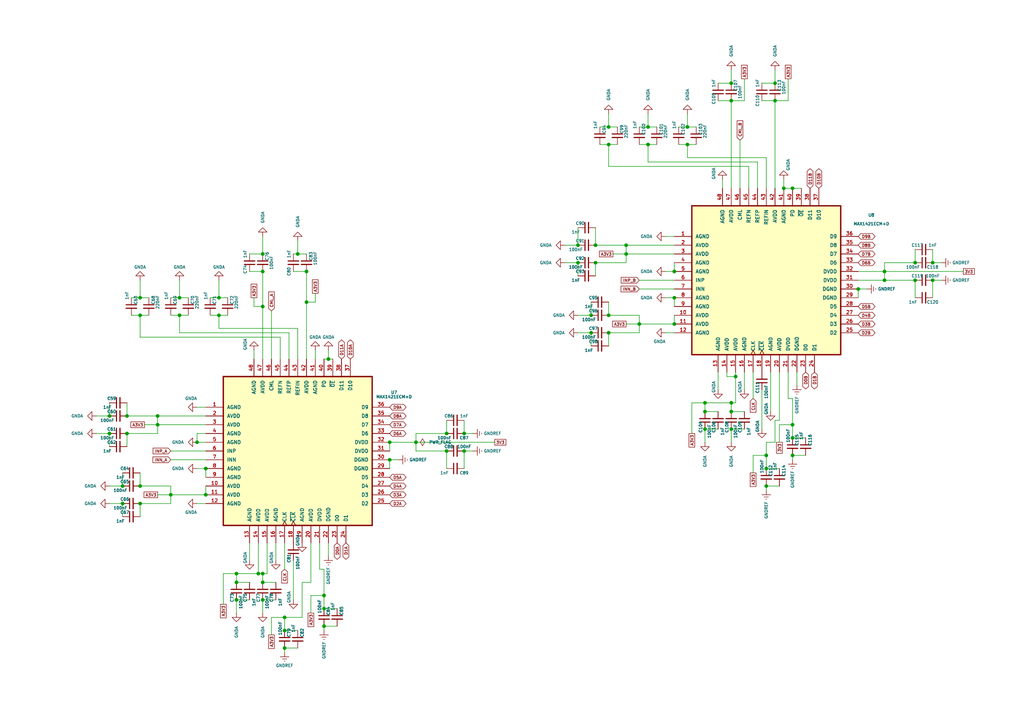
<source format=kicad_sch>
(kicad_sch (version 20231120) (generator "eeschema") (generator_version "8.0")
  (paper "A4")
  (lib_symbols
    (symbol "Analog_ADC:MAX1421ECM+D" (pin_names (offset 1.016))
      (property "Reference" "U" (at -10.16 -1.27 0))
      (property "Value" "MAX1421ECM+D" (at -16.51 -7.62 0))
      (symbol "MAX1421ECM+D_0_0"
        (pin power_in line (at -35.56 8.89 0) (length 5.08) (name "AGND") (number "1"))
        (pin power_in line (at -35.56 -13.97 0) (length 5.08) (name "AVDD") (number "10"))
        (pin power_in line (at -35.56 -16.51 0) (length 5.08) (name "AVDD") (number "11"))
        (pin power_in line (at -35.56 -19.05 0) (length 5.08) (name "AGND") (number "12"))
        (pin power_in line (at -22.86 -30.48 90) (length 5.08) (name "AGND") (number "13"))
        (pin power_in line (at -20.32 -30.48 90) (length 5.08) (name "AVDD") (number "14"))
        (pin power_in line (at -17.78 -30.48 90) (length 5.08) (name "AVDD") (number "15"))
        (pin power_in line (at -15.24 -30.48 90) (length 5.08) (name "AGND") (number "16"))
        (pin input clock (at -12.7 -30.48 90) (length 5.08) (name "CLK") (number "17"))
        (pin input clock (at -10.16 -30.48 90) (length 5.08) (name "~{CLK}") (number "18"))
        (pin power_in line (at -7.62 -30.48 90) (length 5.08) (name "AGND") (number "19"))
        (pin power_in line (at -35.56 6.35 0) (length 5.08) (name "AVDD") (number "2"))
        (pin power_in line (at -5.08 -30.48 90) (length 5.08) (name "AVDD") (number "20"))
        (pin power_in line (at -2.54 -30.48 90) (length 5.08) (name "DVDD") (number "21"))
        (pin power_in line (at 0 -30.48 90) (length 5.08) (name "DGND") (number "22"))
        (pin output line (at 2.54 -30.48 90) (length 5.08) (name "D0") (number "23"))
        (pin output line (at 5.08 -30.48 90) (length 5.08) (name "D1") (number "24"))
        (pin output line (at 17.78 -19.05 180) (length 5.08) (name "D2") (number "25"))
        (pin output line (at 17.78 -16.51 180) (length 5.08) (name "D3") (number "26"))
        (pin output line (at 17.78 -13.97 180) (length 5.08) (name "D4") (number "27"))
        (pin output line (at 17.78 -11.43 180) (length 5.08) (name "D5") (number "28"))
        (pin power_in line (at 17.78 -8.89 180) (length 5.08) (name "DGND") (number "29"))
        (pin power_in line (at -35.56 3.81 0) (length 5.08) (name "AVDD") (number "3"))
        (pin power_in line (at 17.78 -6.35 180) (length 5.08) (name "DGND") (number "30"))
        (pin power_in line (at 17.78 -3.81 180) (length 5.08) (name "DVDD") (number "31"))
        (pin power_in line (at 17.78 -1.27 180) (length 5.08) (name "DVDD") (number "32"))
        (pin output line (at 17.78 1.27 180) (length 5.08) (name "D6") (number "33"))
        (pin output line (at 17.78 3.81 180) (length 5.08) (name "D7") (number "34"))
        (pin output line (at 17.78 6.35 180) (length 5.08) (name "D8") (number "35"))
        (pin output line (at 17.78 8.89 180) (length 5.08) (name "D9") (number "36"))
        (pin output line (at 6.35 22.86 270) (length 5.08) (name "D10") (number "37"))
        (pin output line (at 3.81 22.86 270) (length 5.08) (name "D11") (number "38"))
        (pin input line (at 1.27 22.86 270) (length 5.08) (name "~{OE}") (number "39"))
        (pin power_in line (at -35.56 1.27 0) (length 5.08) (name "AGND") (number "4"))
        (pin input line (at -1.27 22.86 270) (length 5.08) (name "PD") (number "40"))
        (pin power_in line (at -3.81 22.86 270) (length 5.08) (name "AGND") (number "41"))
        (pin power_in line (at -6.35 22.86 270) (length 5.08) (name "AVDD") (number "42"))
        (pin input line (at -8.89 22.86 270) (length 5.08) (name "REFIN") (number "43"))
        (pin input line (at -11.43 22.86 270) (length 5.08) (name "REFP") (number "44"))
        (pin input line (at -13.97 22.86 270) (length 5.08) (name "REFN") (number "45"))
        (pin input line (at -16.51 22.86 270) (length 5.08) (name "CML") (number "46"))
        (pin power_in line (at -19.05 22.86 270) (length 5.08) (name "AVDD") (number "47"))
        (pin power_in line (at -21.59 22.86 270) (length 5.08) (name "AGND") (number "48"))
        (pin power_in line (at -35.56 -1.27 0) (length 5.08) (name "AGND") (number "5"))
        (pin input line (at -35.56 -3.81 0) (length 5.08) (name "INP") (number "6"))
        (pin input line (at -35.56 -6.35 0) (length 5.08) (name "INN") (number "7"))
        (pin power_in line (at -35.56 -8.89 0) (length 5.08) (name "AGND") (number "8"))
        (pin power_in line (at -35.56 -11.43 0) (length 5.08) (name "AGND") (number "9"))
      )
    )
    (symbol "Device:C_Small" (pin_numbers hide) (pin_names (offset 0.254) hide)
      (property "Reference" "C" (at 0.254 1.778 0))
      (property "Value" "C_Small" (at 0.254 -2.032 0))
      (symbol "C_Small_1_1"
        (pin passive line (at 0 2.54 270) (length 2.032) (name "~") (number "1"))
        (pin passive line (at 0 -2.54 90) (length 2.032) (name "~") (number "2"))
      )
    )
    (symbol "power:GNDA" (power) (pin_names (offset 0))
      (property "Value" "GNDA" (at 0 -3.81 0))
      (symbol "GNDA_1_1"
        (pin power_in line (at 0 0 270) (length 0) hide (name "GNDA") (number "1"))
      )
    )
    (symbol "power:GNDREF" (power) (pin_names (offset 0))
      (property "Value" "GNDREF" (at 0 -3.81 0))
      (symbol "GNDREF_1_1"
        (pin power_in line (at 0 0 270) (length 0) hide (name "GNDREF") (number "1"))
      )
    )
    (symbol "power:PWR_FLAG" (power) (pin_numbers hide) (pin_names (offset 0) hide)
      (property "Value" "PWR_FLAG" (at 0 3.81 0))
      (symbol "PWR_FLAG_0_0"
        (pin power_out line (at 0 0 90) (length 0) (name "pwr") (number "1"))
      )
    )
  )
  (junction (at 68.58 168.91))
  (junction (at 129.54 130.81))
  (junction (at 224.79 24.13))
  (junction (at 120.65 128.27))
  (junction (at 63.5 86.36))
  (junction (at 52.07 86.36))
  (junction (at 88.9 87.63))
  (junction (at 52.07 91.44))
  (junction (at 171.45 91.44))
  (junction (at 76.2 78.74))
  (junction (at 129.54 125.73))
  (junction (at 31.75 125.73))
  (junction (at 195.58 93.98))
  (junction (at 227.33 54.61))
  (junction (at 93.98 181.61))
  (junction (at 270.51 76.2))
  (junction (at 86.36 73.66))
  (junction (at 176.53 41.91))
  (junction (at 212.09 119.38))
  (junction (at 176.53 91.44))
  (junction (at 229.87 54.61))
  (junction (at 36.83 120.65))
  (junction (at 176.53 96.52))
  (junction (at 204.47 119.38))
  (junction (at 224.79 29.21))
  (junction (at 229.87 123.19))
  (junction (at 213.36 109.22))
  (junction (at 222.25 132.08))
  (junction (at 187.96 36.83))
  (junction (at 95.25 104.14))
  (junction (at 57.15 128.27))
  (junction (at 49.53 143.51))
  (junction (at 256.54 78.74))
  (junction (at 167.64 76.2))
  (junction (at 45.72 123.19))
  (junction (at 195.58 78.74))
  (junction (at 76.2 73.66))
  (junction (at 171.45 96.52))
  (junction (at 212.09 116.84))
  (junction (at 76.2 173.99))
  (junction (at 35.56 140.97))
  (junction (at 212.09 124.46))
  (junction (at 265.43 76.2))
  (junction (at 82.55 179.07))
  (junction (at 229.87 132.08))
  (junction (at 68.58 166.37))
  (junction (at 63.5 91.44))
  (junction (at 199.39 36.83))
  (junction (at 68.58 173.99))
  (junction (at 88.9 78.74))
  (junction (at 76.2 88.9))
  (junction (at 248.92 83.82))
  (junction (at 76.2 166.37))
  (junction (at 181.61 71.12))
  (junction (at 40.64 146.05))
  (junction (at 185.42 93.98))
  (junction (at 204.47 116.84))
  (junction (at 204.47 124.46))
  (junction (at 40.64 140.97))
  (junction (at 93.98 172.72))
  (junction (at 265.43 81.28))
  (junction (at 134.62 130.81))
  (junction (at 167.64 71.12))
  (junction (at 212.09 29.21))
  (junction (at 270.51 81.28))
  (junction (at 113.03 133.35))
  (junction (at 93.98 176.53))
  (junction (at 134.62 125.73))
  (junction (at 82.55 182.88))
  (junction (at 181.61 73.66))
  (junction (at 74.93 166.37))
  (junction (at 59.69 135.89))
  (junction (at 172.72 76.2))
  (junction (at 187.96 41.91))
  (junction (at 82.55 187.96))
  (junction (at 176.53 36.83))
  (junction (at 40.64 91.44))
  (junction (at 229.87 127))
  (junction (at 31.75 120.65))
  (junction (at 212.09 24.13))
  (junction (at 59.69 143.51))
  (junction (at 40.64 86.36))
  (junction (at 222.25 135.89))
  (junction (at 222.25 140.97))
  (junction (at 35.56 146.05))
  (junction (at 76.2 168.91))
  (junction (at 199.39 41.91))
  (junction (at 172.72 71.12))
  (junction (at 113.03 128.27))
  (junction (at 36.83 125.73))
  (junction (at 195.58 86.36))
  (junction (at 256.54 81.28))
  (junction (at 45.72 120.65))
  (wire (pts (xy 59.69 140.97) (xy 59.69 143.51)))
  (wire (pts (xy 248.92 81.28) (xy 256.54 81.28)))
  (wire (pts (xy 215.9 107.95) (xy 215.9 113.03)))
  (wire (pts (xy 181.61 93.98) (xy 185.42 93.98)))
  (wire (pts (xy 45.72 123.19) (xy 59.69 123.19)))
  (wire (pts (xy 134.62 121.92) (xy 134.62 125.73)))
  (wire (pts (xy 226.06 128.27) (xy 226.06 123.19)))
  (wire (pts (xy 176.53 48.26) (xy 217.17 48.26)))
  (wire (pts (xy 92.71 165.1) (xy 92.71 157.48)))
  (wire (pts (xy 187.96 46.99) (xy 187.96 41.91)))
  (wire (pts (xy 52.07 91.44) (xy 54.61 91.44)))
  (wire (pts (xy 68.58 173.99) (xy 72.39 173.99)))
  (wire (pts (xy 73.66 101.6) (xy 73.66 104.14)))
  (wire (pts (xy 220.98 24.13) (xy 224.79 24.13)))
  (wire (pts (xy 36.83 116.84) (xy 36.83 120.65)))
  (wire (pts (xy 172.72 76.2) (xy 181.61 76.2)))
  (wire (pts (xy 231.14 111.76) (xy 231.14 107.95)))
  (wire (pts (xy 213.36 109.22) (xy 213.36 116.84)))
  (wire (pts (xy 208.28 113.03) (xy 208.28 107.95)))
  (wire (pts (xy 223.52 107.95) (xy 223.52 119.38)))
  (wire (pts (xy 229.87 132.08) (xy 233.68 132.08)))
  (wire (pts (xy 80.01 157.48) (xy 80.01 162.56)))
  (wire (pts (xy 212.09 29.21) (xy 212.09 54.61)))
  (wire (pts (xy 222.25 135.89) (xy 226.06 135.89)))
  (wire (pts (xy 40.64 146.05) (xy 49.53 146.05)))
  (wire (pts (xy 176.53 91.44) (xy 185.42 91.44)))
  (wire (pts (xy 215.9 29.21) (xy 215.9 22.86)))
  (wire (pts (xy 204.47 124.46) (xy 204.47 128.27)))
  (wire (pts (xy 72.39 162.56) (xy 72.39 157.48)))
  (wire (pts (xy 76.2 78.74) (xy 76.2 88.9)))
  (wire (pts (xy 57.15 118.11) (xy 59.69 118.11)))
  (wire (pts (xy 31.75 140.97) (xy 35.56 140.97)))
  (wire (pts (xy 35.56 137.16) (xy 35.56 140.97)))
  (wire (pts (xy 163.83 71.12) (xy 167.64 71.12)))
  (wire (pts (xy 113.03 133.35) (xy 113.03 135.89)))
  (wire (pts (xy 76.2 168.91) (xy 76.2 166.37)))
  (wire (pts (xy 218.44 137.16) (xy 218.44 132.08)))
  (wire (pts (xy 82.55 189.23) (xy 82.55 187.96)))
  (wire (pts (xy 52.07 81.28) (xy 52.07 86.36)))
  (wire (pts (xy 76.2 177.8) (xy 76.2 173.99)))
  (wire (pts (xy 36.83 125.73) (xy 45.72 125.73)))
  (wire (pts (xy 185.42 93.98) (xy 195.58 93.98)))
  (wire (pts (xy 226.06 123.19) (xy 229.87 123.19)))
  (wire (pts (xy 172.72 66.04) (xy 172.72 71.12)))
  (wire (pts (xy 256.54 78.74) (xy 248.92 78.74)))
  (wire (pts (xy 273.05 76.2) (xy 270.51 76.2)))
  (wire (pts (xy 129.54 130.81) (xy 129.54 135.89)))
  (wire (pts (xy 199.39 45.72) (xy 222.25 45.72)))
  (wire (pts (xy 167.64 91.44) (xy 171.45 91.44)))
  (wire (pts (xy 85.09 173.99) (xy 85.09 162.56)))
  (wire (pts (xy 187.96 46.99) (xy 219.71 46.99)))
  (wire (pts (xy 195.58 86.36) (xy 195.58 88.9)))
  (wire (pts (xy 72.39 73.66) (xy 76.2 73.66)))
  (wire (pts (xy 167.64 76.2) (xy 167.64 80.01)))
  (wire (pts (xy 251.46 83.82) (xy 248.92 83.82)))
  (wire (pts (xy 176.53 87.63) (xy 176.53 91.44)))
  (wire (pts (xy 181.61 73.66) (xy 195.58 73.66)))
  (wire (pts (xy 93.98 165.1) (xy 92.71 165.1)))
  (wire (pts (xy 210.82 109.22) (xy 213.36 109.22)))
  (wire (pts (xy 228.6 29.21) (xy 228.6 22.86)))
  (wire (pts (xy 40.64 91.44) (xy 40.64 97.79)))
  (wire (pts (xy 181.61 73.66) (xy 181.61 76.2)))
  (wire (pts (xy 76.2 68.58) (xy 76.2 73.66)))
  (wire (pts (xy 52.07 96.52) (xy 83.82 96.52)))
  (wire (pts (xy 41.91 123.19) (xy 45.72 123.19)))
  (wire (pts (xy 57.15 125.73) (xy 57.15 128.27)))
  (wire (pts (xy 176.53 41.91) (xy 179.07 41.91)))
  (wire (pts (xy 40.64 86.36) (xy 43.18 86.36)))
  (wire (pts (xy 93.98 104.14) (xy 95.25 104.14)))
  (wire (pts (xy 91.44 101.6) (xy 91.44 104.14)))
  (wire (pts (xy 57.15 125.73) (xy 59.69 125.73)))
  (wire (pts (xy 176.53 33.02) (xy 176.53 36.83)))
  (wire (pts (xy 212.09 128.27) (xy 212.09 124.46)))
  (wire (pts (xy 49.53 91.44) (xy 52.07 91.44)))
  (wire (pts (xy 74.93 157.48) (xy 74.93 166.37)))
  (wire (pts (xy 90.17 177.8) (xy 90.17 172.72)))
  (wire (pts (xy 227.33 52.07) (xy 227.33 54.61)))
  (wire (pts (xy 120.65 130.81) (xy 129.54 130.81)))
  (wire (pts (xy 219.71 46.99) (xy 219.71 54.61)))
  (wire (pts (xy 196.85 41.91) (xy 199.39 41.91)))
  (wire (pts (xy 217.17 48.26) (xy 217.17 54.61)))
  (wire (pts (xy 82.55 187.96) (xy 86.36 187.96)))
  (wire (pts (xy 120.65 128.27) (xy 113.03 128.27)))
  (wire (pts (xy 31.75 116.84) (xy 31.75 120.65)))
  (wire (pts (xy 195.58 91.44) (xy 195.58 93.98)))
  (wire (pts (xy 76.2 88.9) (xy 76.2 104.14)))
  (wire (pts (xy 91.44 87.63) (xy 88.9 87.63)))
  (wire (pts (xy 208.28 29.21) (xy 212.09 29.21)))
  (wire (pts (xy 273.05 81.28) (xy 270.51 81.28)))
  (wire (pts (xy 204.47 116.84) (xy 212.09 116.84)))
  (wire (pts (xy 93.98 176.53) (xy 97.79 176.53)))
  (wire (pts (xy 120.65 128.27) (xy 143.51 128.27)))
  (wire (pts (xy 218.44 107.95) (xy 218.44 115.57)))
  (wire (pts (xy 57.15 135.89) (xy 59.69 135.89)))
  (wire (pts (xy 52.07 86.36) (xy 54.61 86.36)))
  (wire (pts (xy 91.44 85.09) (xy 91.44 87.63)))
  (wire (pts (xy 120.65 128.27) (xy 120.65 130.81)))
  (wire (pts (xy 73.66 88.9) (xy 76.2 88.9)))
  (wire (pts (xy 77.47 166.37) (xy 77.47 157.48)))
  (wire (pts (xy 49.53 86.36) (xy 52.07 86.36)))
  (wire (pts (xy 229.87 54.61) (xy 232.41 54.61)))
  (wire (pts (xy 176.53 96.52) (xy 176.53 100.33)))
  (wire (pts (xy 222.25 140.97) (xy 226.06 140.97)))
  (wire (pts (xy 68.58 173.99) (xy 68.58 177.8)))
  (wire (pts (xy 256.54 76.2) (xy 256.54 78.74)))
  (wire (pts (xy 68.58 166.37) (xy 74.93 166.37)))
  (wire (pts (xy 226.06 121.92) (xy 224.79 121.92)))
  (wire (pts (xy 265.43 81.28) (xy 265.43 86.36)))
  (wire (pts (xy 38.1 86.36) (xy 40.64 86.36)))
  (wire (pts (xy 256.54 78.74) (xy 279.4 78.74)))
  (wire (pts (xy 228.6 115.57) (xy 228.6 107.95)))
  (wire (pts (xy 120.65 125.73) (xy 120.65 128.27)))
  (wire (pts (xy 185.42 83.82) (xy 195.58 83.82)))
  (wire (pts (xy 212.09 20.32) (xy 212.09 24.13)))
  (wire (pts (xy 74.93 166.37) (xy 76.2 166.37)))
  (wire (pts (xy 82.55 179.07) (xy 82.55 182.88)))
  (wire (pts (xy 85.09 73.66) (xy 86.36 73.66)))
  (wire (pts (xy 227.33 54.61) (xy 229.87 54.61)))
  (wire (pts (xy 222.25 142.24) (xy 222.25 140.97)))
  (wire (pts (xy 95.25 104.14) (xy 96.52 104.14)))
  (wire (pts (xy 185.42 91.44) (xy 185.42 93.98)))
  (wire (pts (xy 76.2 166.37) (xy 77.47 166.37)))
  (wire (pts (xy 27.94 120.65) (xy 31.75 120.65)))
  (wire (pts (xy 229.87 123.19) (xy 229.87 127)))
  (wire (pts (xy 36.83 120.65) (xy 45.72 120.65)))
  (wire (pts (xy 212.09 124.46) (xy 215.9 124.46)))
  (wire (pts (xy 35.56 146.05) (xy 35.56 149.86)))
  (wire (pts (xy 187.96 36.83) (xy 190.5 36.83)))
  (wire (pts (xy 176.53 36.83) (xy 179.07 36.83)))
  (wire (pts (xy 222.25 132.08) (xy 222.25 135.89)))
  (wire (pts (xy 38.1 91.44) (xy 40.64 91.44)))
  (wire (pts (xy 213.36 109.22) (xy 213.36 107.95)))
  (wire (pts (xy 40.64 146.05) (xy 40.64 149.86)))
  (wire (pts (xy 86.36 69.85) (xy 86.36 73.66)))
  (wire (pts (xy 229.87 127) (xy 233.68 127)))
  (wire (pts (xy 172.72 76.2) (xy 172.72 80.01)))
  (wire (pts (xy 90.17 168.91) (xy 90.17 157.48)))
  (wire (pts (xy 220.98 29.21) (xy 224.79 29.21)))
  (wire (pts (xy 187.96 41.91) (xy 190.5 41.91)))
  (wire (pts (xy 134.62 130.81) (xy 134.62 135.89)))
  (wire (pts (xy 181.61 71.12) (xy 195.58 71.12)))
  (wire (pts (xy 63.5 91.44) (xy 66.04 91.44)))
  (wire (pts (xy 199.39 33.02) (xy 199.39 36.83)))
  (wire (pts (xy 222.25 128.27) (xy 222.25 132.08)))
  (wire (pts (xy 187.96 33.02) (xy 187.96 36.83)))
  (wire (pts (xy 49.53 140.97) (xy 49.53 143.51)))
  (wire (pts (xy 60.96 86.36) (xy 63.5 86.36)))
  (wire (pts (xy 90.17 172.72) (xy 93.98 172.72)))
  (wire (pts (xy 73.66 86.36) (xy 73.66 88.9)))
  (wire (pts (xy 76.2 173.99) (xy 80.01 173.99)))
  (wire (pts (xy 224.79 29.21) (xy 228.6 29.21)))
  (wire (pts (xy 204.47 116.84) (xy 204.47 119.38)))
  (wire (pts (xy 86.36 95.25) (xy 86.36 104.14)))
  (wire (pts (xy 68.58 166.37) (xy 64.77 166.37)))
  (wire (pts (xy 220.98 124.46) (xy 220.98 113.03)))
  (wire (pts (xy 212.09 119.38) (xy 212.09 116.84)))
  (wire (pts (xy 209.55 52.07) (xy 209.55 54.61)))
  (wire (pts (xy 196.85 36.83) (xy 199.39 36.83)))
  (wire (pts (xy 214.63 40.64) (xy 214.63 54.61)))
  (wire (pts (xy 93.98 181.61) (xy 97.79 181.61)))
  (wire (pts (xy 40.64 140.97) (xy 49.53 140.97)))
  (wire (pts (xy 193.04 86.36) (xy 195.58 86.36)))
  (wire (pts (xy 204.47 119.38) (xy 208.28 119.38)))
  (wire (pts (xy 212.09 119.38) (xy 215.9 119.38)))
  (wire (pts (xy 87.63 168.91) (xy 90.17 168.91)))
  (wire (pts (xy 68.58 168.91) (xy 72.39 168.91)))
  (wire (pts (xy 49.53 143.51) (xy 49.53 146.05)))
  (wire (pts (xy 60.96 91.44) (xy 63.5 91.44)))
  (wire (pts (xy 87.63 179.07) (xy 87.63 168.91)))
  (wire (pts (xy 248.92 83.82) (xy 248.92 86.36)))
  (wire (pts (xy 81.28 97.79) (xy 81.28 104.14)))
  (wire (pts (xy 49.53 130.81) (xy 59.69 130.81)))
  (wire (pts (xy 82.55 182.88) (xy 86.36 182.88)))
  (wire (pts (xy 204.47 124.46) (xy 208.28 124.46)))
  (wire (pts (xy 63.5 95.25) (xy 86.36 95.25)))
  (wire (pts (xy 265.43 72.39) (xy 265.43 76.2)))
  (wire (pts (xy 204.47 116.84) (xy 200.66 116.84)))
  (wire (pts (xy 78.74 90.17) (xy 78.74 104.14)))
  (wire (pts (xy 85.09 78.74) (xy 88.9 78.74)))
  (wire (pts (xy 137.16 125.73) (xy 134.62 125.73)))
  (wire (pts (xy 115.57 133.35) (xy 113.03 133.35)))
  (wire (pts (xy 171.45 87.63) (xy 171.45 91.44)))
  (wire (pts (xy 63.5 86.36) (xy 66.04 86.36)))
  (wire (pts (xy 212.09 116.84) (xy 213.36 116.84)))
  (wire (pts (xy 256.54 76.2) (xy 265.43 76.2)))
  (wire (pts (xy 36.83 125.73) (xy 36.83 129.54)))
  (wire (pts (xy 45.72 143.51) (xy 49.53 143.51)))
  (wire (pts (xy 199.39 41.91) (xy 201.93 41.91)))
  (wire (pts (xy 224.79 20.32) (xy 224.79 24.13)))
  (wire (pts (xy 83.82 96.52) (xy 83.82 104.14)))
  (wire (pts (xy 270.51 81.28) (xy 270.51 86.36)))
  (wire (pts (xy 40.64 97.79) (xy 81.28 97.79)))
  (wire (pts (xy 88.9 87.63) (xy 88.9 104.14)))
  (wire (pts (xy 167.64 66.04) (xy 167.64 71.12)))
  (wire (pts (xy 82.55 179.07) (xy 87.63 179.07)))
  (wire (pts (xy 31.75 125.73) (xy 31.75 129.54)))
  (wire (pts (xy 185.42 93.98) (xy 185.42 96.52)))
  (wire (pts (xy 27.94 125.73) (xy 31.75 125.73)))
  (wire (pts (xy 129.54 121.92) (xy 129.54 125.73)))
  (wire (pts (xy 229.87 115.57) (xy 228.6 115.57)))
  (wire (pts (xy 86.36 73.66) (xy 88.9 73.66)))
  (wire (pts (xy 229.87 133.35) (xy 229.87 132.08)))
  (wire (pts (xy 177.8 73.66) (xy 181.61 73.66)))
  (wire (pts (xy 45.72 120.65) (xy 45.72 123.19)))
  (wire (pts (xy 78.74 179.07) (xy 82.55 179.07)))
  (wire (pts (xy 185.42 36.83) (xy 187.96 36.83)))
  (wire (pts (xy 63.5 95.25) (xy 63.5 91.44)))
  (wire (pts (xy 193.04 68.58) (xy 195.58 68.58)))
  (wire (pts (xy 88.9 78.74) (xy 88.9 87.63)))
  (wire (pts (xy 49.53 133.35) (xy 59.69 133.35)))
  (wire (pts (xy 93.98 182.88) (xy 93.98 181.61)))
  (wire (pts (xy 78.74 184.15) (xy 78.74 179.07)))
  (wire (pts (xy 137.16 130.81) (xy 134.62 130.81)))
  (wire (pts (xy 193.04 96.52) (xy 195.58 96.52)))
  (wire (pts (xy 200.66 116.84) (xy 200.66 125.73)))
  (wire (pts (xy 171.45 96.52) (xy 171.45 100.33)))
  (wire (pts (xy 72.39 78.74) (xy 76.2 78.74)))
  (wire (pts (xy 173.99 36.83) (xy 176.53 36.83)))
  (wire (pts (xy 185.42 41.91) (xy 187.96 41.91)))
  (wire (pts (xy 176.53 96.52) (xy 185.42 96.52)))
  (wire (pts (xy 195.58 76.2) (xy 195.58 78.74)))
  (wire (pts (xy 40.64 91.44) (xy 43.18 91.44)))
  (wire (pts (xy 270.51 72.39) (xy 270.51 76.2)))
  (wire (pts (xy 226.06 107.95) (xy 226.06 121.92)))
  (wire (pts (xy 95.25 161.29) (xy 95.25 157.48)))
  (wire (pts (xy 222.25 45.72) (xy 222.25 54.61)))
  (wire (pts (xy 93.98 172.72) (xy 93.98 176.53)))
  (wire (pts (xy 199.39 36.83) (xy 201.93 36.83)))
  (wire (pts (xy 120.65 125.73) (xy 129.54 125.73)))
  (wire (pts (xy 172.72 71.12) (xy 181.61 71.12)))
  (wire (pts (xy 224.79 128.27) (xy 222.25 128.27)))
  (wire (pts (xy 64.77 166.37) (xy 64.77 175.26)))
  (wire (pts (xy 256.54 78.74) (xy 256.54 81.28)))
  (wire (pts (xy 93.98 165.1) (xy 93.98 172.72)))
  (wire (pts (xy 57.15 128.27) (xy 59.69 128.27)))
  (wire (pts (xy 229.87 115.57) (xy 229.87 123.19)))
  (wire (pts (xy 199.39 45.72) (xy 199.39 41.91)))
  (wire (pts (xy 76.2 168.91) (xy 80.01 168.91)))
  (wire (pts (xy 40.64 137.16) (xy 40.64 140.97)))
  (wire (pts (xy 82.55 157.48) (xy 82.55 165.1)))
  (wire (pts (xy 57.15 146.05) (xy 59.69 146.05)))
  (wire (pts (xy 224.79 121.92) (xy 224.79 128.27)))
  (wire (pts (xy 176.53 41.91) (xy 176.53 48.26)))
  (wire (pts (xy 163.83 76.2) (xy 167.64 76.2)))
  (wire (pts (xy 167.64 96.52) (xy 171.45 96.52)))
  (wire (pts (xy 224.79 29.21) (xy 224.79 54.61)))
  (wire (pts (xy 113.03 128.27) (xy 113.03 130.81)))
  (wire (pts (xy 185.42 81.28) (xy 195.58 81.28)))
  (wire (pts (xy 45.72 123.19) (xy 45.72 125.73)))
  (wire (pts (xy 59.69 135.89) (xy 59.69 138.43)))
  (wire (pts (xy 63.5 81.28) (xy 63.5 86.36)))
  (wire (pts (xy 212.09 29.21) (xy 215.9 29.21)))
  (wire (pts (xy 49.53 143.51) (xy 59.69 143.51)))
  (wire (pts (xy 45.72 120.65) (xy 59.69 120.65)))
  (wire (pts (xy 40.64 81.28) (xy 40.64 86.36)))
  (wire (pts (xy 95.25 101.6) (xy 95.25 104.14)))
  (wire (pts (xy 210.82 109.22) (xy 210.82 107.95)))
  (wire (pts (xy 193.04 78.74) (xy 195.58 78.74)))
  (wire (pts (xy 181.61 71.12) (xy 181.61 73.66)))
  (wire (pts (xy 256.54 81.28) (xy 265.43 81.28)))
  (wire (pts (xy 173.99 41.91) (xy 176.53 41.91)))
  (wire (pts (xy 218.44 132.08) (xy 222.25 132.08)))
  (wire (pts (xy 208.28 24.13) (xy 212.09 24.13)))
  (wire (pts (xy 68.58 166.37) (xy 68.58 168.91)))
  (wire (pts (xy 52.07 96.52) (xy 52.07 91.44)))
  (wire (pts (xy 31.75 146.05) (xy 35.56 146.05)))
  (global_label "D1A" (shape bidirectional) (at 100.33 157.48 270) (effects (font (size 0.85 0.85))) (property "Intersheetrefs" "${INTERSHEET_REFS}" (effects (hide yes))))
  (global_label "INN_A" (shape input) (at 49.53 133.35 180) (effects (font (size 0.85 0.85))) (property "Intersheetrefs" "${INTERSHEET_REFS}" (effects (hide yes))))
  (global_label "A3V3" (shape passive) (at 64.77 175.26 270) (effects (font (size 0.85 0.85))) (property "Intersheetrefs" "${INTERSHEET_REFS}" (effects (hide yes))))
  (global_label "A3V3" (shape passive) (at 215.9 22.86 90) (effects (font (size 0.85 0.85))) (property "Intersheetrefs" "${INTERSHEET_REFS}" (effects (hide yes))))
  (global_label "D9B" (shape bidirectional) (at 248.92 68.58 0) (effects (font (size 0.85 0.85))) (property "Intersheetrefs" "${INTERSHEET_REFS}" (effects (hide yes))))
  (global_label "D0B" (shape bidirectional) (at 233.68 107.95 270) (effects (font (size 0.85 0.85))) (property "Intersheetrefs" "${INTERSHEET_REFS}" (effects (hide yes))))
  (global_label "A3V3" (shape passive) (at 41.91 123.19 180) (effects (font (size 0.85 0.85))) (property "Intersheetrefs" "${INTERSHEET_REFS}" (effects (hide yes))))
  (global_label "D10B" (shape bidirectional) (at 237.49 54.61 90) (effects (font (size 0.85 0.85))) (property "Intersheetrefs" "${INTERSHEET_REFS}" (effects (hide yes))))
  (global_label "CLK" (shape input) (at 82.55 165.1 270) (effects (font (size 0.85 0.85))) (property "Intersheetrefs" "${INTERSHEET_REFS}" (effects (hide yes))))
  (global_label "3V3" (shape passive) (at 279.4 78.74 0) (effects (font (size 0.85 0.85))) (property "Intersheetrefs" "${INTERSHEET_REFS}" (effects (hide yes))))
  (global_label "D8A" (shape bidirectional) (at 113.03 120.65 0) (effects (font (size 0.85 0.85))) (property "Intersheetrefs" "${INTERSHEET_REFS}" (effects (hide yes))))
  (global_label "A3V3" (shape passive) (at 90.17 177.8 270) (effects (font (size 0.85 0.85))) (property "Intersheetrefs" "${INTERSHEET_REFS}" (effects (hide yes))))
  (global_label "3V3" (shape passive) (at 226.06 128.27 270) (effects (font (size 0.85 0.85))) (property "Intersheetrefs" "${INTERSHEET_REFS}" (effects (hide yes))))
  (global_label "A3V3" (shape passive) (at 91.44 85.09 90) (effects (font (size 0.85 0.85))) (property "Intersheetrefs" "${INTERSHEET_REFS}" (effects (hide yes))))
  (global_label "A3V3" (shape passive) (at 78.74 184.15 270) (effects (font (size 0.85 0.85))) (property "Intersheetrefs" "${INTERSHEET_REFS}" (effects (hide yes))))
  (global_label "A3V3" (shape passive) (at 45.72 143.51 180) (effects (font (size 0.85 0.85))) (property "Intersheetrefs" "${INTERSHEET_REFS}" (effects (hide yes))))
  (global_label "D7B" (shape bidirectional) (at 248.92 73.66 0) (effects (font (size 0.85 0.85))) (property "Intersheetrefs" "${INTERSHEET_REFS}" (effects (hide yes))))
  (global_label "A3V3" (shape passive) (at 181.61 93.98 180) (effects (font (size 0.85 0.85))) (property "Intersheetrefs" "${INTERSHEET_REFS}" (effects (hide yes))))
  (global_label "A3V3" (shape passive) (at 200.66 125.73 270) (effects (font (size 0.85 0.85))) (property "Intersheetrefs" "${INTERSHEET_REFS}" (effects (hide yes))))
  (global_label "D3A" (shape bidirectional) (at 113.03 143.51 0) (effects (font (size 0.85 0.85))) (property "Intersheetrefs" "${INTERSHEET_REFS}" (effects (hide yes))))
  (global_label "INP_A" (shape input) (at 49.53 130.81 180) (effects (font (size 0.85 0.85))) (property "Intersheetrefs" "${INTERSHEET_REFS}" (effects (hide yes))))
  (global_label "A3V3" (shape passive) (at 228.6 22.86 90) (effects (font (size 0.85 0.85))) (property "Intersheetrefs" "${INTERSHEET_REFS}" (effects (hide yes))))
  (global_label "A3V3" (shape passive) (at 177.8 73.66 180) (effects (font (size 0.85 0.85))) (property "Intersheetrefs" "${INTERSHEET_REFS}" (effects (hide yes))))
  (global_label "D6A" (shape bidirectional) (at 113.03 125.73 0) (effects (font (size 0.85 0.85))) (property "Intersheetrefs" "${INTERSHEET_REFS}" (effects (hide yes))))
  (global_label "D9A" (shape bidirectional) (at 113.03 118.11 0) (effects (font (size 0.85 0.85))) (property "Intersheetrefs" "${INTERSHEET_REFS}" (effects (hide yes))))
  (global_label "D1B" (shape bidirectional) (at 236.22 107.95 270) (effects (font (size 0.85 0.85))) (property "Intersheetrefs" "${INTERSHEET_REFS}" (effects (hide yes))))
  (global_label "D3B" (shape bidirectional) (at 248.92 93.98 0) (effects (font (size 0.85 0.85))) (property "Intersheetrefs" "${INTERSHEET_REFS}" (effects (hide yes))))
  (global_label "D2A" (shape bidirectional) (at 113.03 146.05 0) (effects (font (size 0.85 0.85))) (property "Intersheetrefs" "${INTERSHEET_REFS}" (effects (hide yes))))
  (global_label "3V3" (shape passive) (at 143.51 128.27 0) (effects (font (size 0.85 0.85))) (property "Intersheetrefs" "${INTERSHEET_REFS}" (effects (hide yes))))
  (global_label "D4A" (shape bidirectional) (at 113.03 140.97 0) (effects (font (size 0.85 0.85))) (property "Intersheetrefs" "${INTERSHEET_REFS}" (effects (hide yes))))
  (global_label "D2B" (shape bidirectional) (at 248.92 96.52 0) (effects (font (size 0.85 0.85))) (property "Intersheetrefs" "${INTERSHEET_REFS}" (effects (hide yes))))
  (global_label "D11A" (shape bidirectional) (at 99.06 104.14 90) (effects (font (size 0.85 0.85))) (property "Intersheetrefs" "${INTERSHEET_REFS}" (effects (hide yes))))
  (global_label "CML_B" (shape input) (at 214.63 40.64 90) (effects (font (size 0.85 0.85))) (property "Intersheetrefs" "${INTERSHEET_REFS}" (effects (hide yes))))
  (global_label "INP_B" (shape input) (at 185.42 81.28 180) (effects (font (size 0.85 0.85))) (property "Intersheetrefs" "${INTERSHEET_REFS}" (effects (hide yes))))
  (global_label "A3V3" (shape passive) (at 218.44 137.16 270) (effects (font (size 0.85 0.85))) (property "Intersheetrefs" "${INTERSHEET_REFS}" (effects (hide yes))))
  (global_label "D5A" (shape bidirectional) (at 113.03 138.43 0) (effects (font (size 0.85 0.85))) (property "Intersheetrefs" "${INTERSHEET_REFS}" (effects (hide yes))))
  (global_label "CML_A" (shape input) (at 78.74 90.17 90) (effects (font (size 0.85 0.85))) (property "Intersheetrefs" "${INTERSHEET_REFS}" (effects (hide yes))))
  (global_label "A3V3" (shape passive) (at 73.66 86.36 90) (effects (font (size 0.85 0.85))) (property "Intersheetrefs" "${INTERSHEET_REFS}" (effects (hide yes))))
  (global_label "D10A" (shape bidirectional) (at 101.6 104.14 90) (effects (font (size 0.85 0.85))) (property "Intersheetrefs" "${INTERSHEET_REFS}" (effects (hide yes))))
  (global_label "D11B" (shape bidirectional) (at 234.95 54.61 90) (effects (font (size 0.85 0.85))) (property "Intersheetrefs" "${INTERSHEET_REFS}" (effects (hide yes))))
  (global_label "D7A" (shape bidirectional) (at 113.03 123.19 0) (effects (font (size 0.85 0.85))) (property "Intersheetrefs" "${INTERSHEET_REFS}" (effects (hide yes))))
  (global_label "D0A" (shape bidirectional) (at 97.79 157.48 270) (effects (font (size 0.85 0.85))) (property "Intersheetrefs" "${INTERSHEET_REFS}" (effects (hide yes))))
  (global_label "D4B" (shape bidirectional) (at 248.92 91.44 0) (effects (font (size 0.85 0.85))) (property "Intersheetrefs" "${INTERSHEET_REFS}" (effects (hide yes))))
  (global_label "CLK" (shape input) (at 218.44 115.57 270) (effects (font (size 0.85 0.85))) (property "Intersheetrefs" "${INTERSHEET_REFS}" (effects (hide yes))))
  (global_label "D5B" (shape bidirectional) (at 248.92 88.9 0) (effects (font (size 0.85 0.85))) (property "Intersheetrefs" "${INTERSHEET_REFS}" (effects (hide yes))))
  (global_label "D6B" (shape bidirectional) (at 248.92 76.2 0) (effects (font (size 0.85 0.85))) (property "Intersheetrefs" "${INTERSHEET_REFS}" (effects (hide yes))))
  (global_label "INN_B" (shape input) (at 185.42 83.82 180) (effects (font (size 0.85 0.85))) (property "Intersheetrefs" "${INTERSHEET_REFS}" (effects (hide yes))))
  (global_label "D8B" (shape bidirectional) (at 248.92 71.12 0) (effects (font (size 0.85 0.85))) (property "Intersheetrefs" "${INTERSHEET_REFS}" (effects (hide yes))))
  (symbol (lib_id "Device:C_Small") (at 76.2 171.45 180) (unit 1)
    (property "Reference" "C77" (at 74.93 173.355 90) (effects (font (size 0.85 0.85))))
    (property "Value" "100nF" (at 77.47 174.625 90) (effects (font (size 0.85 0.85))))
    (property "Footprint" "Capacitor_SMD:C_0603_1608Metric" (effects (hide yes)))
  )
  (symbol (lib_id "Device:C_Small") (at 267.97 81.28 90) (unit 1)
    (property "Reference" "C119" (at 266.065 80.01 90) (effects (font (size 0.85 0.85))))
    (property "Value" "100nF" (at 270.51 80.01 90) (effects (font (size 0.85 0.85))))
    (property "Footprint" "Capacitor_SMD:C_0603_1608Metric" (effects (hide yes)))
  )
  (symbol (lib_id "power:GNDA") (at 212.09 20.32 180) (unit 1)
    (property "Reference" "#PWR079" (effects (hide yes)))
    (property "Value" "GNDA" (at 212.09 16.51 90) (effects (font (size 0.85 0.85)) (justify right)))
  )
  (symbol (lib_id "Device:C_Small") (at 132.08 130.81 90) (unit 1)
    (property "Reference" "C88" (at 130.175 129.54 90) (effects (font (size 0.85 0.85))))
    (property "Value" "100nF" (at 134.62 129.54 90) (effects (font (size 0.85 0.85))))
    (property "Footprint" "Capacitor_SMD:C_0603_1608Metric" (effects (hide yes)))
  )
  (symbol (lib_id "power:GNDA") (at 208.28 113.03 0) (unit 1)
    (property "Reference" "#PWR077" (effects (hide yes)))
    (property "Value" "GNDA" (at 207.01 110.49 90) (effects (font (size 0.85 0.85)) (justify right)))
  )
  (symbol (lib_id "power:GNDREF") (at 115.57 133.35 90) (unit 1)
    (property "Reference" "#PWR062" (effects (hide yes)))
    (property "Value" "GNDREF" (at 123.825 133.35 90) (effects (font (size 0.85 0.85)) (justify left)))
  )
  (symbol (lib_id "power:GNDA") (at 193.04 78.74 270) (unit 1)
    (property "Reference" "#PWR072" (effects (hide yes)))
    (property "Value" "GNDA" (at 189.23 78.74 90) (effects (font (size 0.85 0.85)) (justify right)))
  )
  (symbol (lib_id "Device:C_Small") (at 215.9 121.92 180) (unit 1)
    (property "Reference" "C109" (at 214.63 123.825 90) (effects (font (size 0.85 0.85))))
    (property "Value" "1nF" (at 217.17 125.095 90) (effects (font (size 0.85 0.85))))
    (property "Footprint" "Capacitor_SMD:C_0603_1608Metric" (effects (hide yes)))
  )
  (symbol (lib_id "power:GNDREF") (at 273.05 81.28 90) (unit 1)
    (property "Reference" "#PWR091" (effects (hide yes)))
    (property "Value" "GNDREF" (at 281.305 81.28 90) (effects (font (size 0.85 0.85)) (justify left)))
  )
  (symbol (lib_id "Device:C_Small") (at 208.28 26.67 180) (unit 1)
    (property "Reference" "C105" (at 207.01 28.575 90) (effects (font (size 0.85 0.85))))
    (property "Value" "1nF" (at 207.01 24.13 90) (effects (font (size 0.85 0.85))))
    (property "Footprint" "Capacitor_SMD:C_0603_1608Metric" (effects (hide yes)))
  )
  (symbol (lib_id "power:GNDA") (at 68.58 177.8 0) (unit 1)
    (property "Reference" "#PWR048" (effects (hide yes)))
    (property "Value" "GNDA" (at 68.58 181.61 90) (effects (font (size 0.85 0.85)) (justify right)))
  )
  (symbol (lib_id "power:GNDA") (at 63.5 81.28 180) (unit 1)
    (property "Reference" "#PWR047" (effects (hide yes)))
    (property "Value" "GNDA" (at 63.5 77.47 0) (effects (font (size 0.85 0.85))))
  )
  (symbol (lib_id "power:GNDA") (at 212.09 128.27 0) (unit 1)
    (property "Reference" "#PWR080" (effects (hide yes)))
    (property "Value" "GNDA" (at 212.09 132.08 90) (effects (font (size 0.85 0.85)) (justify right)))
  )
  (symbol (lib_id "Device:C_Small") (at 54.61 88.9 0) (unit 1)
    (property "Reference" "C70" (at 55.88 86.995 90) (effects (font (size 0.85 0.85))))
    (property "Value" "220nF" (at 57.15 87.63 90) (effects (font (size 0.85 0.85))))
    (property "Footprint" "Capacitor_SMD:C_0805_2012Metric" (effects (hide yes)))
  )
  (symbol (lib_id "Device:C_Small") (at 267.97 86.36 90) (unit 1)
    (property "Reference" "C120" (at 270.51 87.63 90) (effects (font (size 0.85 0.85))))
    (property "Value" "1nF" (at 264.795 87.63 90) (effects (font (size 0.85 0.85))))
    (property "Footprint" "Capacitor_SMD:C_0603_1608Metric" (effects (hide yes)))
  )
  (symbol (lib_id "Device:C_Small") (at 173.99 100.33 90) (unit 1)
    (property "Reference" "C98" (at 172.085 99.06 90) (effects (font (size 0.85 0.85))))
    (property "Value" "1nF" (at 170.815 101.6 90) (effects (font (size 0.85 0.85))))
    (property "Footprint" "Capacitor_SMD:C_0603_1608Metric" (effects (hide yes)))
  )
  (symbol (lib_id "Device:C_Small") (at 82.55 185.42 0) (unit 1)
    (property "Reference" "C79" (at 83.82 183.515 90) (effects (font (size 0.85 0.85))))
    (property "Value" "100nF" (at 81.28 182.245 90) (effects (font (size 0.85 0.85))))
    (property "Footprint" "Capacitor_SMD:C_0603_1608Metric" (effects (hide yes)))
  )
  (symbol (lib_id "Device:C_Small") (at 88.9 76.2 0) (unit 1)
    (property "Reference" "C83" (at 90.17 74.295 90) (effects (font (size 0.85 0.85))))
    (property "Value" "100nF" (at 91.44 74.93 90) (effects (font (size 0.85 0.85))))
    (property "Footprint" "Capacitor_SMD:C_0603_1608Metric" (effects (hide yes)))
  )
  (symbol (lib_id "Device:C_Small") (at 170.18 80.01 90) (unit 1)
    (property "Reference" "C93" (at 168.275 78.74 90) (effects (font (size 0.85 0.85))))
    (property "Value" "1nF" (at 167.005 81.28 90) (effects (font (size 0.85 0.85))))
    (property "Footprint" "Capacitor_SMD:C_0603_1608Metric" (effects (hide yes)))
  )
  (symbol (lib_id "power:GNDA") (at 31.75 140.97 270) (unit 1)
    (property "Reference" "#PWR039" (effects (hide yes)))
    (property "Value" "GNDA" (at 27.94 140.97 90) (effects (font (size 0.85 0.85)) (justify right)))
  )
  (symbol (lib_id "Device:C_Small") (at 267.97 72.39 90) (unit 1)
    (property "Reference" "C117" (at 266.065 71.12 90) (effects (font (size 0.85 0.85))))
    (property "Value" "1nF" (at 270.51 71.12 90) (effects (font (size 0.85 0.85))))
    (property "Footprint" "Capacitor_SMD:C_0603_1608Metric" (effects (hide yes)))
  )
  (symbol (lib_id "Device:C_Small") (at 185.42 39.37 0) (unit 1)
    (property "Reference" "C100" (at 186.69 37.465 90) (effects (font (size 0.85 0.85))))
    (property "Value" "1nF" (at 184.15 36.195 90) (effects (font (size 0.85 0.85))))
    (property "Footprint" "Capacitor_SMD:C_0603_1608Metric" (effects (hide yes)))
  )
  (symbol (lib_id "power:GNDA") (at 167.64 91.44 270) (unit 1)
    (property "Reference" "#PWR067" (effects (hide yes)))
    (property "Value" "GNDA" (at 163.83 91.44 90) (effects (font (size 0.85 0.85)) (justify right)))
  )
  (symbol (lib_id "Device:C_Small") (at 34.29 116.84 90) (unit 1)
    (property "Reference" "C59" (at 32.385 115.57 90) (effects (font (size 0.85 0.85))))
    (property "Value" "1nF" (at 31.115 118.11 90) (effects (font (size 0.85 0.85))))
    (property "Footprint" "Capacitor_SMD:C_0603_1608Metric" (effects (hide yes)))
  )
  (symbol (lib_id "power:GNDA") (at 193.04 86.36 270) (unit 1)
    (property "Reference" "#PWR073" (effects (hide yes)))
    (property "Value" "GNDA" (at 189.23 86.36 90) (effects (font (size 0.85 0.85)) (justify right)))
  )
  (symbol (lib_id "Device:C_Small") (at 201.93 39.37 0) (unit 1)
    (property "Reference" "C103" (at 203.2 37.465 90) (effects (font (size 0.85 0.85))))
    (property "Value" "220nF" (at 204.47 38.1 90) (effects (font (size 0.85 0.85))))
    (property "Footprint" "Capacitor_SMD:C_0805_2012Metric" (effects (hide yes)))
  )
  (symbol (lib_id "power:GNDA") (at 40.64 81.28 180) (unit 1)
    (property "Reference" "#PWR041" (effects (hide yes)))
    (property "Value" "GNDA" (at 40.64 77.47 0) (effects (font (size 0.85 0.85))))
  )
  (symbol (lib_id "Device:C_Small") (at 38.1 137.16 90) (unit 1)
    (property "Reference" "C64" (at 36.195 135.89 90) (effects (font (size 0.85 0.85))))
    (property "Value" "1nF" (at 34.925 138.43 90) (effects (font (size 0.85 0.85))))
    (property "Footprint" "Capacitor_SMD:C_0603_1608Metric" (effects (hide yes)))
  )
  (symbol (lib_id "Device:C_Small") (at 72.39 76.2 180) (unit 1)
    (property "Reference" "C74" (at 71.12 78.105 90) (effects (font (size 0.85 0.85))))
    (property "Value" "1nF" (at 71.12 73.66 90) (effects (font (size 0.85 0.85))))
    (property "Footprint" "Capacitor_SMD:C_0603_1608Metric" (effects (hide yes)))
  )
  (symbol (lib_id "power:GNDA") (at 209.55 52.07 180) (unit 1)
    (property "Reference" "#PWR078" (effects (hide yes)))
    (property "Value" "GNDA" (at 207.01 52.07 90) (effects (font (size 0.85 0.85)) (justify right)))
  )
  (symbol (lib_id "power:GNDA") (at 167.64 96.52 270) (unit 1)
    (property "Reference" "#PWR068" (effects (hide yes)))
    (property "Value" "GNDA" (at 163.83 96.52 90) (effects (font (size 0.85 0.85)) (justify right)))
  )
  (symbol (lib_id "power:GNDA") (at 72.39 162.56 0) (unit 1)
    (property "Reference" "#PWR049" (effects (hide yes)))
    (property "Value" "GNDA" (at 71.12 160.02 90) (effects (font (size 0.85 0.85)) (justify right)))
  )
  (symbol (lib_id "Device:C_Small") (at 86.36 185.42 0) (unit 1)
    (property "Reference" "C82" (at 87.63 183.515 90) (effects (font (size 0.85 0.85))))
    (property "Value" "1nF" (at 85.09 182.245 90) (effects (font (size 0.85 0.85))))
    (property "Footprint" "Capacitor_SMD:C_0603_1608Metric" (effects (hide yes)))
  )
  (symbol (lib_id "Device:C_Small") (at 38.1 140.97 90) (unit 1)
    (property "Reference" "C65" (at 36.195 139.7 90) (effects (font (size 0.85 0.85))))
    (property "Value" "100nF" (at 34.925 142.24 90) (effects (font (size 0.85 0.85))))
    (property "Footprint" "Capacitor_SMD:C_0603_1608Metric" (effects (hide yes)))
  )
  (symbol (lib_id "Device:C_Small") (at 267.97 76.2 90) (unit 1)
    (property "Reference" "C118" (at 270.51 77.47 90) (effects (font (size 0.85 0.85))))
    (property "Value" "100nF" (at 264.795 77.47 90) (effects (font (size 0.85 0.85))))
    (property "Footprint" "Capacitor_SMD:C_0603_1608Metric" (effects (hide yes)))
  )
  (symbol (lib_id "power:PWR_FLAG") (at 120.65 128.27 270) (mirror x) (unit 1)
    (property "Reference" "#FLG013" (effects (hide yes)))
    (property "Value" "PWR_FLAG" (at 124.46 128.2699 90) (effects (font (size 0.85 0.85)) (justify left)))
  )
  (symbol (lib_id "power:GNDA") (at 187.96 33.02 180) (unit 1)
    (property "Reference" "#PWR070" (effects (hide yes)))
    (property "Value" "GNDA" (at 187.96 29.21 90) (effects (font (size 0.85 0.85)) (justify right)))
  )
  (symbol (lib_id "Device:C_Small") (at 34.29 129.54 90) (unit 1)
    (property "Reference" "C62" (at 32.385 128.27 90) (effects (font (size 0.85 0.85))))
    (property "Value" "1nF" (at 31.115 130.81 90) (effects (font (size 0.85 0.85))))
    (property "Footprint" "Capacitor_SMD:C_0603_1608Metric" (effects (hide yes)))
  )
  (symbol (lib_id "power:GNDA") (at 85.09 173.99 0) (unit 1)
    (property "Reference" "#PWR055" (effects (hide yes)))
    (property "Value" "GNDA" (at 83.82 171.45 90) (effects (font (size 0.85 0.85)) (justify right)))
  )
  (symbol (lib_id "Device:C_Small") (at 132.08 125.73 90) (unit 1)
    (property "Reference" "C87" (at 134.62 127 90) (effects (font (size 0.85 0.85))))
    (property "Value" "100nF" (at 128.905 127 90) (effects (font (size 0.85 0.85))))
    (property "Footprint" "Capacitor_SMD:C_0603_1608Metric" (effects (hide yes)))
  )
  (symbol (lib_id "power:GNDA") (at 73.66 101.6 180) (unit 1)
    (property "Reference" "#PWR050" (effects (hide yes)))
    (property "Value" "GNDA" (at 71.12 101.6 90) (effects (font (size 0.85 0.85)) (justify right)))
  )
  (symbol (lib_id "Device:C_Small") (at 173.99 96.52 90) (unit 1)
    (property "Reference" "C97" (at 172.085 95.25 90) (effects (font (size 0.85 0.85))))
    (property "Value" "100nF" (at 170.815 97.79 90) (effects (font (size 0.85 0.85))))
    (property "Footprint" "Capacitor_SMD:C_0603_1608Metric" (effects (hide yes)))
  )
  (symbol (lib_id "power:GNDA") (at 193.04 96.52 270) (unit 1)
    (property "Reference" "#PWR074" (effects (hide yes)))
    (property "Value" "GNDA" (at 193.04 99.06 90) (effects (font (size 0.85 0.85)) (justify right)))
  )
  (symbol (lib_id "Device:C_Small") (at 43.18 88.9 0) (unit 1)
    (property "Reference" "C68" (at 44.45 86.995 90) (effects (font (size 0.85 0.85))))
    (property "Value" "220nF" (at 45.72 87.63 90) (effects (font (size 0.85 0.85))))
    (property "Footprint" "Capacitor_SMD:C_0805_2012Metric" (effects (hide yes)))
  )
  (symbol (lib_id "power:GNDA") (at 31.75 146.05 270) (unit 1)
    (property "Reference" "#PWR040" (effects (hide yes)))
    (property "Value" "GNDA" (at 27.94 146.05 90) (effects (font (size 0.85 0.85)) (justify right)))
  )
  (symbol (lib_id "power:GNDA") (at 57.15 118.11 270) (unit 1)
    (property "Reference" "#PWR043" (effects (hide yes)))
    (property "Value" "GNDA" (at 57.15 115.57 90) (effects (font (size 0.85 0.85)) (justify right)))
  )
  (symbol (lib_id "Device:C_Small") (at 222.25 138.43 0) (unit 1)
    (property "Reference" "C112" (at 223.52 136.525 90) (effects (font (size 0.85 0.85))))
    (property "Value" "100nF" (at 220.98 135.255 90) (effects (font (size 0.85 0.85))))
    (property "Footprint" "Capacitor_SMD:C_0603_1608Metric" (effects (hide yes)))
  )
  (symbol (lib_id "Device:C_Small") (at 173.99 91.44 90) (unit 1)
    (property "Reference" "C96" (at 172.085 90.17 90) (effects (font (size 0.85 0.85))))
    (property "Value" "100nF" (at 170.815 92.71 90) (effects (font (size 0.85 0.85))))
    (property "Footprint" "Capacitor_SMD:C_0603_1608Metric" (effects (hide yes)))
  )
  (symbol (lib_id "power:GNDA") (at 52.07 81.28 180) (unit 1)
    (property "Reference" "#PWR042" (effects (hide yes)))
    (property "Value" "GNDA" (at 52.07 77.47 0) (effects (font (size 0.85 0.85))))
  )
  (symbol (lib_id "Device:C_Small") (at 226.06 138.43 0) (unit 1)
    (property "Reference" "C114" (at 227.33 136.525 90) (effects (font (size 0.85 0.85))))
    (property "Value" "1nF" (at 224.79 135.255 90) (effects (font (size 0.85 0.85))))
    (property "Footprint" "Capacitor_SMD:C_0603_1608Metric" (effects (hide yes)))
  )
  (symbol (lib_id "Device:C_Small") (at 170.18 66.04 90) (unit 1)
    (property "Reference" "C90" (at 168.275 64.77 90) (effects (font (size 0.85 0.85))))
    (property "Value" "1nF" (at 167.005 67.31 90) (effects (font (size 0.85 0.85))))
    (property "Footprint" "Capacitor_SMD:C_0603_1608Metric" (effects (hide yes)))
  )
  (symbol (lib_id "Device:C_Small") (at 49.53 88.9 0) (unit 1)
    (property "Reference" "C69" (at 50.8 86.995 90) (effects (font (size 0.85 0.85))))
    (property "Value" "1nF" (at 48.26 85.725 90) (effects (font (size 0.85 0.85))))
    (property "Footprint" "Capacitor_SMD:C_0603_1608Metric" (effects (hide yes)))
  )
  (symbol (lib_id "power:GNDREF") (at 229.87 133.35 0) (unit 1)
    (property "Reference" "#PWR087" (effects (hide yes)))
    (property "Value" "GNDREF" (at 229.87 141.605 90) (effects (font (size 0.85 0.85)) (justify left)))
  )
  (symbol (lib_id "Device:C_Small") (at 93.98 179.07 0) (unit 1)
    (property "Reference" "C84" (at 95.25 177.165 90) (effects (font (size 0.85 0.85))))
    (property "Value" "100nF" (at 92.71 175.895 90) (effects (font (size 0.85 0.85))))
    (property "Footprint" "Capacitor_SMD:C_0603_1608Metric" (effects (hide yes)))
  )
  (symbol (lib_id "power:GNDA") (at 220.98 124.46 0) (unit 1)
    (property "Reference" "#PWR082" (effects (hide yes)))
    (property "Value" "GNDA" (at 219.71 121.92 90) (effects (font (size 0.85 0.85)) (justify right)))
  )
  (symbol (lib_id "power:GNDA") (at 27.94 120.65 270) (unit 1)
    (property "Reference" "#PWR037" (effects (hide yes)))
    (property "Value" "GNDA" (at 24.13 120.65 90) (effects (font (size 0.85 0.85)) (justify right)))
  )
  (symbol (lib_id "power:GNDREF") (at 273.05 76.2 90) (unit 1)
    (property "Reference" "#PWR090" (effects (hide yes)))
    (property "Value" "GNDREF" (at 281.305 76.2 90) (effects (font (size 0.85 0.85)) (justify left)))
  )
  (symbol (lib_id "power:GNDA") (at 76.2 68.58 180) (unit 1)
    (property "Reference" "#PWR051" (effects (hide yes)))
    (property "Value" "GNDA" (at 76.2 64.77 90) (effects (font (size 0.85 0.85)) (justify right)))
  )
  (symbol (lib_id "Device:C_Small") (at 170.18 71.12 90) (unit 1)
    (property "Reference" "C91" (at 168.275 69.85 90) (effects (font (size 0.85 0.85))))
    (property "Value" "100nF" (at 167.005 72.39 90) (effects (font (size 0.85 0.85))))
    (property "Footprint" "Capacitor_SMD:C_0603_1608Metric" (effects (hide yes)))
  )
  (symbol (lib_id "power:GNDREF") (at 93.98 182.88 0) (unit 1)
    (property "Reference" "#PWR059" (effects (hide yes)))
    (property "Value" "GNDREF" (at 93.98 191.135 90) (effects (font (size 0.85 0.85)) (justify left)))
  )
  (symbol (lib_id "Device:C_Small") (at 132.08 121.92 90) (unit 1)
    (property "Reference" "C86" (at 130.175 120.65 90) (effects (font (size 0.85 0.85))))
    (property "Value" "1nF" (at 134.62 120.65 90) (effects (font (size 0.85 0.85))))
    (property "Footprint" "Capacitor_SMD:C_0603_1608Metric" (effects (hide yes)))
  )
  (symbol (lib_id "Device:C_Small") (at 204.47 121.92 180) (unit 1)
    (property "Reference" "C104" (at 203.2 123.825 90) (effects (font (size 0.85 0.85))))
    (property "Value" "100nF" (at 205.74 125.095 90) (effects (font (size 0.85 0.85))))
    (property "Footprint" "Capacitor_SMD:C_0603_1608Metric" (effects (hide yes)))
  )
  (symbol (lib_id "Device:C_Small") (at 208.28 121.92 180) (unit 1)
    (property "Reference" "C106" (at 207.01 123.825 90) (effects (font (size 0.85 0.85))))
    (property "Value" "1nF" (at 209.55 125.095 90) (effects (font (size 0.85 0.85))))
    (property "Footprint" "Capacitor_SMD:C_0603_1608Metric" (effects (hide yes)))
  )
  (symbol (lib_id "Device:C_Small") (at 66.04 88.9 0) (unit 1)
    (property "Reference" "C72" (at 67.31 86.995 90) (effects (font (size 0.85 0.85))))
    (property "Value" "220nF" (at 68.58 87.63 90) (effects (font (size 0.85 0.85))))
    (property "Footprint" "Capacitor_SMD:C_0805_2012Metric" (effects (hide yes)))
  )
  (symbol (lib_id "power:GNDREF") (at 222.25 142.24 0) (unit 1)
    (property "Reference" "#PWR083" (effects (hide yes)))
    (property "Value" "GNDREF" (at 222.25 150.495 90) (effects (font (size 0.85 0.85)) (justify left)))
  )
  (symbol (lib_id "Device:C_Small") (at 85.09 160.02 180) (unit 1)
    (property "Reference" "C81" (at 83.82 161.925 90) (effects (font (size 0.85 0.85))))
    (property "Value" "100nF" (at 86.36 163.195 90) (effects (font (size 0.85 0.85))))
    (property "Footprint" "Capacitor_SMD:C_0603_1608Metric" (effects (hide yes)))
  )
  (symbol (lib_id "power:GNDA") (at 215.9 113.03 0) (unit 1)
    (property "Reference" "#PWR081" (effects (hide yes)))
    (property "Value" "GNDA" (at 214.63 110.49 90) (effects (font (size 0.85 0.85)) (justify right)))
  )
  (symbol (lib_id "Device:C_Small") (at 72.39 171.45 180) (unit 1)
    (property "Reference" "C75" (at 71.12 173.355 90) (effects (font (size 0.85 0.85))))
    (property "Value" "1nF" (at 73.66 174.625 90) (effects (font (size 0.85 0.85))))
    (property "Footprint" "Capacitor_SMD:C_0603_1608Metric" (effects (hide yes)))
  )
  (symbol (lib_id "Analog_ADC:MAX1421ECM+D") (at 231.14 77.47 0) (unit 1)
    (property "Reference" "U8" (at 252.73 62.3823 0) (effects (font (size 0.85 0.85))))
    (property "Value" "MAX1421ECM+D" (at 252.73 64.9223 0) (effects (font (size 0.85 0.85))))
    (property "Footprint" "Package_QFP:QFP50P900X900X160-48N" (effects (hide yes)))
    (property "Description" "\n12-Bit, 40Msps, 3.3V, Low-Power ADC with Internal Reference\n" (effects (hide yes)))
    (property "MF" "Analog Devices" (effects (hide yes)))
    (property "MP" "MAX1421ECM+D" (effects (hide yes)))
  )
  (symbol (lib_id "Device:C_Small") (at 220.98 110.49 180) (unit 1)
    (property "Reference" "C111" (at 219.71 112.395 90) (effects (font (size 0.85 0.85))))
    (property "Value" "100nF" (at 222.25 113.665 90) (effects (font (size 0.85 0.85))))
    (property "Footprint" "Capacitor_SMD:C_0603_1608Metric" (effects (hide yes)))
  )
  (symbol (lib_id "Device:C_Small") (at 38.1 146.05 90) (unit 1)
    (property "Reference" "C66" (at 36.195 144.78 90) (effects (font (size 0.85 0.85))))
    (property "Value" "100nF" (at 34.925 147.32 90) (effects (font (size 0.85 0.85))))
    (property "Footprint" "Capacitor_SMD:C_0603_1608Metric" (effects (hide yes)))
  )
  (symbol (lib_id "power:GNDA") (at 27.94 125.73 270) (unit 1)
    (property "Reference" "#PWR038" (effects (hide yes)))
    (property "Value" "GNDA" (at 24.13 125.73 90) (effects (font (size 0.85 0.85)) (justify right)))
  )
  (symbol (lib_id "Device:C_Small") (at 173.99 87.63 90) (unit 1)
    (property "Reference" "C95" (at 172.085 86.36 90) (effects (font (size 0.85 0.85))))
    (property "Value" "1nF" (at 170.815 88.9 90) (effects (font (size 0.85 0.85))))
    (property "Footprint" "Capacitor_SMD:C_0603_1608Metric" (effects (hide yes)))
  )
  (symbol (lib_id "power:GNDREF") (at 137.16 130.81 90) (unit 1)
    (property "Reference" "#PWR064" (effects (hide yes)))
    (property "Value" "GNDREF" (at 145.415 130.81 90) (effects (font (size 0.85 0.85)) (justify left)))
  )
  (symbol (lib_id "power:GNDA") (at 87.63 157.48 0) (unit 1)
    (property "Reference" "#PWR057" (effects (hide yes)))
    (property "Value" "GNDA" (at 86.36 154.94 90) (effects (font (size 0.85 0.85)) (justify right)))
  )
  (symbol (lib_id "power:GNDA") (at 176.53 33.02 180) (unit 1)
    (property "Reference" "#PWR069" (effects (hide yes)))
    (property "Value" "GNDA" (at 176.53 29.21 90) (effects (font (size 0.85 0.85)) (justify right)))
  )
  (symbol (lib_id "Device:C_Small") (at 212.09 121.92 180) (unit 1)
    (property "Reference" "C108" (at 210.82 123.825 90) (effects (font (size 0.85 0.85))))
    (property "Value" "100nF" (at 213.36 125.095 90) (effects (font (size 0.85 0.85))))
    (property "Footprint" "Capacitor_SMD:C_0603_1608Metric" (effects (hide yes)))
  )
  (symbol (lib_id "power:GNDREF") (at 82.55 189.23 0) (unit 1)
    (property "Reference" "#PWR054" (effects (hide yes)))
    (property "Value" "GNDREF" (at 80.01 193.04 0) (effects (font (size 0.85 0.85)) (justify left)))
  )
  (symbol (lib_id "power:GNDA") (at 91.44 101.6 180) (unit 1)
    (property "Reference" "#PWR058" (effects (hide yes)))
    (property "Value" "GNDA" (at 91.44 97.79 0) (effects (font (size 0.85 0.85))))
  )
  (symbol (lib_id "Device:C_Small") (at 76.2 76.2 0) (unit 1)
    (property "Reference" "C76" (at 77.47 74.295 90) (effects (font (size 0.85 0.85))))
    (property "Value" "100nF" (at 78.74 76.2 90) (effects (font (size 0.85 0.85))))
    (property "Footprint" "Capacitor_SMD:C_0603_1608Metric" (effects (hide yes)))
  )
  (symbol (lib_id "power:GNDREF") (at 95.25 161.29 0) (unit 1)
    (property "Reference" "#PWR061" (effects (hide yes)))
    (property "Value" "GNDREF" (at 95.25 169.545 90) (effects (font (size 0.85 0.85)) (justify left)))
  )
  (symbol (lib_id "power:GNDA") (at 57.15 146.05 270) (unit 1)
    (property "Reference" "#PWR046" (effects (hide yes)))
    (property "Value" "GNDA" (at 57.15 148.59 90) (effects (font (size 0.85 0.85)) (justify right)))
  )
  (symbol (lib_id "Device:C_Small") (at 60.96 88.9 0) (unit 1)
    (property "Reference" "C71" (at 62.23 86.995 90) (effects (font (size 0.85 0.85))))
    (property "Value" "1nF" (at 59.69 85.725 90) (effects (font (size 0.85 0.85))))
    (property "Footprint" "Capacitor_SMD:C_0603_1608Metric" (effects (hide yes)))
  )
  (symbol (lib_id "power:GNDA") (at 57.15 135.89 270) (unit 1)
    (property "Reference" "#PWR045" (effects (hide yes)))
    (property "Value" "GNDA" (at 53.34 135.89 90) (effects (font (size 0.85 0.85)) (justify right)))
  )
  (symbol (lib_id "power:GNDA") (at 223.52 119.38 0) (unit 1)
    (property "Reference" "#PWR084" (effects (hide yes)))
    (property "Value" "GNDA" (at 222.25 116.84 90) (effects (font (size 0.85 0.85)) (justify right)))
  )
  (symbol (lib_id "Device:C_Small") (at 97.79 179.07 0) (unit 1)
    (property "Reference" "C85" (at 99.06 177.165 90) (effects (font (size 0.85 0.85))))
    (property "Value" "1nF" (at 96.52 175.895 90) (effects (font (size 0.85 0.85))))
    (property "Footprint" "Capacitor_SMD:C_0603_1608Metric" (effects (hide yes)))
  )
  (symbol (lib_id "power:GNDA") (at 86.36 69.85 180) (unit 1)
    (property "Reference" "#PWR056" (effects (hide yes)))
    (property "Value" "GNDA" (at 86.36 66.04 90) (effects (font (size 0.85 0.85)) (justify right)))
  )
  (symbol (lib_id "power:GNDA") (at 193.04 68.58 270) (unit 1)
    (property "Reference" "#PWR071" (effects (hide yes)))
    (property "Value" "GNDA" (at 189.23 68.58 90) (effects (font (size 0.85 0.85)) (justify right)))
  )
  (symbol (lib_id "power:GNDA") (at 95.25 101.6 180) (unit 1)
    (property "Reference" "#PWR060" (effects (hide yes)))
    (property "Value" "GNDA" (at 95.25 97.79 0) (effects (font (size 0.85 0.85))))
  )
  (symbol (lib_id "power:GNDA") (at 163.83 71.12 270) (unit 1)
    (property "Reference" "#PWR065" (effects (hide yes)))
    (property "Value" "GNDA" (at 160.02 71.12 90) (effects (font (size 0.85 0.85)) (justify right)))
  )
  (symbol (lib_id "Device:C_Small") (at 34.29 125.73 90) (unit 1)
    (property "Reference" "C61" (at 32.385 124.46 90) (effects (font (size 0.85 0.85))))
    (property "Value" "100nF" (at 31.115 127 90) (effects (font (size 0.85 0.85))))
    (property "Footprint" "Capacitor_SMD:C_0603_1608Metric" (effects (hide yes)))
  )
  (symbol (lib_id "power:GNDA") (at 57.15 128.27 270) (unit 1)
    (property "Reference" "#PWR044" (effects (hide yes)))
    (property "Value" "GNDA" (at 53.34 128.27 90) (effects (font (size 0.85 0.85)) (justify right)))
  )
  (symbol (lib_id "Device:C_Small") (at 170.18 76.2 90) (unit 1)
    (property "Reference" "C92" (at 168.275 74.93 90) (effects (font (size 0.85 0.85))))
    (property "Value" "100nF" (at 167.005 77.47 90) (effects (font (size 0.85 0.85))))
    (property "Footprint" "Capacitor_SMD:C_0603_1608Metric" (effects (hide yes)))
  )
  (symbol (lib_id "power:GNDA") (at 227.33 52.07 180) (unit 1)
    (property "Reference" "#PWR086" (effects (hide yes)))
    (property "Value" "GNDA" (at 228.6 49.53 90) (effects (font (size 0.85 0.85)) (justify right)))
  )
  (symbol (lib_id "Device:C_Small") (at 196.85 39.37 0) (unit 1)
    (property "Reference" "C102" (at 198.12 37.465 90) (effects (font (size 0.85 0.85))))
    (property "Value" "1nF" (at 195.58 36.195 90) (effects (font (size 0.85 0.85))))
    (property "Footprint" "Capacitor_SMD:C_0603_1608Metric" (effects (hide yes)))
  )
  (symbol (lib_id "power:GNDA") (at 80.01 162.56 0) (unit 1)
    (property "Reference" "#PWR053" (effects (hide yes)))
    (property "Value" "GNDA" (at 78.74 160.02 90) (effects (font (size 0.85 0.85)) (justify right)))
  )
  (symbol (lib_id "power:GNDREF") (at 137.16 125.73 90) (unit 1)
    (property "Reference" "#PWR063" (effects (hide yes)))
    (property "Value" "GNDREF" (at 145.415 125.73 90) (effects (font (size 0.85 0.85)) (justify left)))
  )
  (symbol (lib_id "power:GNDREF") (at 231.14 111.76 0) (unit 1)
    (property "Reference" "#PWR088" (effects (hide yes)))
    (property "Value" "GNDREF" (at 231.14 120.015 90) (effects (font (size 0.85 0.85)) (justify left)))
  )
  (symbol (lib_id "Device:C_Small") (at 220.98 26.67 0) (unit 1)
    (property "Reference" "C110" (at 219.71 29.21 90) (effects (font (size 0.85 0.85))))
    (property "Value" "1nF" (at 219.71 24.13 90) (effects (font (size 0.85 0.85))))
    (property "Footprint" "Capacitor_SMD:C_0603_1608Metric" (effects (hide yes)))
  )
  (symbol (lib_id "power:GNDA") (at 204.47 128.27 0) (unit 1)
    (property "Reference" "#PWR076" (effects (hide yes)))
    (property "Value" "GNDA" (at 204.47 132.08 90) (effects (font (size 0.85 0.85)) (justify right)))
  )
  (symbol (lib_id "power:GNDA") (at 76.2 177.8 0) (unit 1)
    (property "Reference" "#PWR052" (effects (hide yes)))
    (property "Value" "GNDA" (at 76.2 181.61 90) (effects (font (size 0.85 0.85)) (justify right)))
  )
  (symbol (lib_id "Device:C_Small") (at 224.79 26.67 0) (unit 1)
    (property "Reference" "C113" (at 226.06 24.765 90) (effects (font (size 0.85 0.85))))
    (property "Value" "100nF" (at 227.33 25.4 90) (effects (font (size 0.85 0.85))))
    (property "Footprint" "Capacitor_SMD:C_0603_1608Metric" (effects (hide yes)))
  )
  (symbol (lib_id "Device:C_Small") (at 38.1 149.86 90) (unit 1)
    (property "Reference" "C67" (at 36.195 148.59 90) (effects (font (size 0.85 0.85))))
    (property "Value" "1nF" (at 34.925 151.13 90) (effects (font (size 0.85 0.85))))
    (property "Footprint" "Capacitor_SMD:C_0603_1608Metric" (effects (hide yes)))
  )
  (symbol (lib_id "Device:C_Small") (at 173.99 39.37 0) (unit 1)
    (property "Reference" "C94" (at 175.26 37.465 90) (effects (font (size 0.85 0.85))))
    (property "Value" "1nF" (at 172.72 36.195 90) (effects (font (size 0.85 0.85))))
    (property "Footprint" "Capacitor_SMD:C_0603_1608Metric" (effects (hide yes)))
  )
  (symbol (lib_id "power:GNDREF") (at 251.46 83.82 90) (unit 1)
    (property "Reference" "#PWR089" (effects (hide yes)))
    (property "Value" "GNDREF" (at 259.715 83.82 90) (effects (font (size 0.85 0.85)) (justify left)))
  )
  (symbol (lib_id "Device:C_Small") (at 85.09 76.2 0) (unit 1)
    (property "Reference" "C80" (at 83.82 78.74 90) (effects (font (size 0.85 0.85))))
    (property "Value" "1nF" (at 83.82 73.66 90) (effects (font (size 0.85 0.85))))
    (property "Footprint" "Capacitor_SMD:C_0603_1608Metric" (effects (hide yes)))
  )
  (symbol (lib_id "Device:C_Small") (at 229.87 129.54 0) (unit 1)
    (property "Reference" "C115" (at 231.14 127.635 90) (effects (font (size 0.85 0.85))))
    (property "Value" "100nF" (at 228.6 126.365 90) (effects (font (size 0.85 0.85))))
    (property "Footprint" "Capacitor_SMD:C_0603_1608Metric" (effects (hide yes)))
  )
  (symbol (lib_id "Device:C_Small") (at 34.29 120.65 90) (unit 1)
    (property "Reference" "C60" (at 32.385 119.38 90) (effects (font (size 0.85 0.85))))
    (property "Value" "100nF" (at 31.115 121.92 90) (effects (font (size 0.85 0.85))))
    (property "Footprint" "Capacitor_SMD:C_0603_1608Metric" (effects (hide yes)))
  )
  (symbol (lib_id "power:GNDA") (at 199.39 33.02 180) (unit 1)
    (property "Reference" "#PWR075" (effects (hide yes)))
    (property "Value" "GNDA" (at 199.39 29.21 90) (effects (font (size 0.85 0.85)) (justify right)))
  )
  (symbol (lib_id "Device:C_Small") (at 132.08 135.89 90) (unit 1)
    (property "Reference" "C89" (at 134.62 137.16 90) (effects (font (size 0.85 0.85))))
    (property "Value" "1nF" (at 128.905 137.16 90) (effects (font (size 0.85 0.85))))
    (property "Footprint" "Capacitor_SMD:C_0603_1608Metric" (effects (hide yes)))
  )
  (symbol (lib_id "power:GNDA") (at 163.83 76.2 270) (unit 1)
    (property "Reference" "#PWR066" (effects (hide yes)))
    (property "Value" "GNDA" (at 160.02 76.2 90) (effects (font (size 0.85 0.85)) (justify right)))
  )
  (symbol (lib_id "Analog_ADC:MAX1421ECM+D") (at 95.25 127 0) (unit 1)
    (property "Reference" "U7" (at 114.3 113.8173 0) (effects (font (size 0.85 0.85))))
    (property "Value" "MAX1421ECM+D" (at 114.3 115.0873 0) (effects (font (size 0.85 0.85))))
    (property "Footprint" "Package_QFP:QFP50P900X900X160-48N" (effects (hide yes)))
    (property "Description" "\n12-Bit, 40Msps, 3.3V, Low-Power ADC with Internal Reference\n" (effects (hide yes)))
    (property "MF" "Analog Devices" (effects (hide yes)))
    (property "MP" "MAX1421ECM+D" (effects (hide yes)))
  )
  (symbol (lib_id "Device:C_Small") (at 179.07 39.37 0) (unit 1)
    (property "Reference" "C99" (at 180.34 37.465 90) (effects (font (size 0.85 0.85))))
    (property "Value" "220nF" (at 181.61 38.1 90) (effects (font (size 0.85 0.85))))
    (property "Footprint" "Capacitor_SMD:C_0805_2012Metric" (effects (hide yes)))
  )
  (symbol (lib_id "Device:C_Small") (at 80.01 171.45 180) (unit 1)
    (property "Reference" "C78" (at 78.74 173.355 90) (effects (font (size 0.85 0.85))))
    (property "Value" "1nF" (at 81.28 174.625 90) (effects (font (size 0.85 0.85))))
    (property "Footprint" "Capacitor_SMD:C_0603_1608Metric" (effects (hide yes)))
  )
  (symbol (lib_id "Device:C_Small") (at 190.5 39.37 0) (unit 1)
    (property "Reference" "C101" (at 191.77 37.465 90) (effects (font (size 0.85 0.85))))
    (property "Value" "220nF" (at 193.04 38.1 90) (effects (font (size 0.85 0.85))))
    (property "Footprint" "Capacitor_SMD:C_0805_2012Metric" (effects (hide yes)))
  )
  (symbol (lib_id "power:GNDA") (at 224.79 20.32 180) (unit 1)
    (property "Reference" "#PWR085" (effects (hide yes)))
    (property "Value" "GNDA" (at 224.79 16.51 90) (effects (font (size 0.85 0.85)) (justify right)))
  )
  (symbol (lib_id "Device:C_Small") (at 212.09 26.67 0) (unit 1)
    (property "Reference" "C107" (at 213.36 24.765 90) (effects (font (size 0.85 0.85))))
    (property "Value" "100nF" (at 214.63 26.67 90) (effects (font (size 0.85 0.85))))
    (property "Footprint" "Capacitor_SMD:C_0603_1608Metric" (effects (hide yes)))
  )
  (symbol (lib_id "Device:C_Small") (at 38.1 88.9 0) (unit 1)
    (property "Reference" "C63" (at 39.37 86.995 90) (effects (font (size 0.85 0.85))))
    (property "Value" "1nF" (at 36.83 85.725 90) (effects (font (size 0.85 0.85))))
    (property "Footprint" "Capacitor_SMD:C_0603_1608Metric" (effects (hide yes)))
  )
  (symbol (lib_id "Device:C_Small") (at 233.68 129.54 0) (unit 1)
    (property "Reference" "C116" (at 234.95 127.635 90) (effects (font (size 0.85 0.85))))
    (property "Value" "1nF" (at 232.41 126.365 90) (effects (font (size 0.85 0.85))))
    (property "Footprint" "Capacitor_SMD:C_0603_1608Metric" (effects (hide yes)))
  )
  (symbol (lib_id "Device:C_Small") (at 68.58 171.45 180) (unit 1)
    (property "Reference" "C73" (at 67.31 173.355 90) (effects (font (size 0.85 0.85))))
    (property "Value" "100nF" (at 69.85 174.625 90) (effects (font (size 0.85 0.85))))
    (property "Footprint" "Capacitor_SMD:C_0603_1608Metric" (effects (hide yes)))
  )
)
</source>
